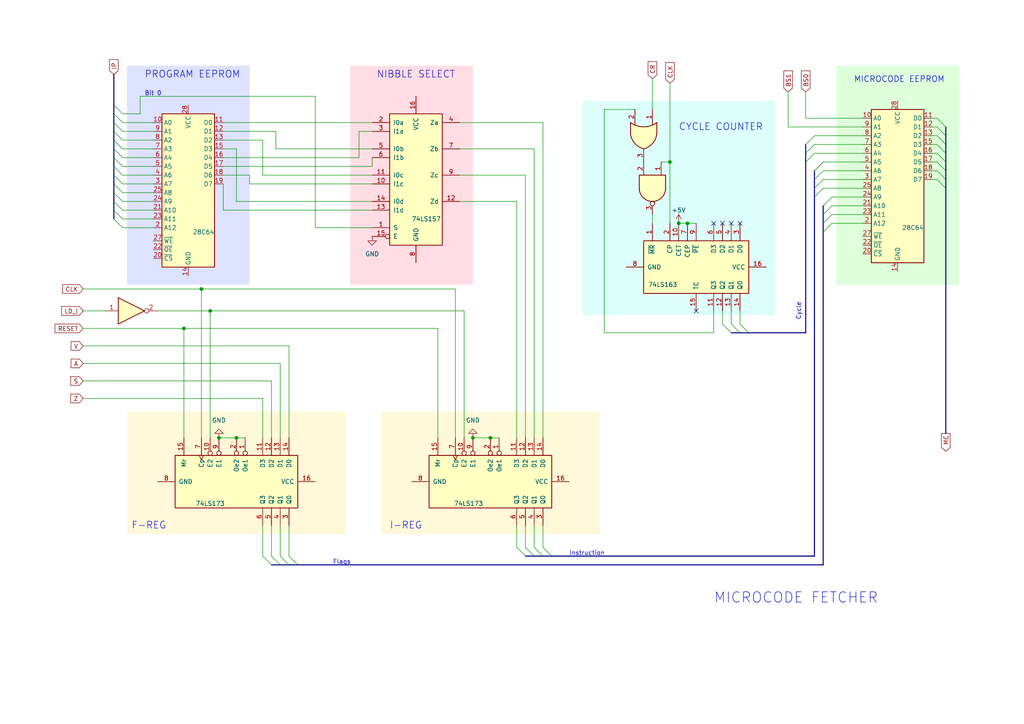
<source format=kicad_sch>
(kicad_sch (version 20230121) (generator eeschema)
  (paper "A4")
  (lib_symbols
    (symbol "74xx:74LS00" (pin_names (offset 1.016))
      (property "Reference" "U" (at 0 1.27 0))
      (property "Value" "74LS00" (at 0 -1.27 0))
      (symbol "74LS00_1_1"
        (arc (start 0 -3.81) (mid 3.7934 0) (end 0 3.81) (stroke (width 0.254)) (fill (type background)))
        (polyline (pts (xy 0 3.81) (xy -3.81 3.81) (xy -3.81 -3.81) (xy 0 -3.81)) (stroke (width 0.254)) (fill (type background)))
        (pin input line (at -7.62 2.54 0) (length 3.81) (name "~") (number "1"))
        (pin input line (at -7.62 -2.54 0) (length 3.81) (name "~") (number "2"))
        (pin output inverted (at 7.62 0 180) (length 3.81) (name "~") (number "3"))
      )
      (symbol "74LS00_1_2"
        (arc (start -3.81 -3.81) (mid -2.589 0) (end -3.81 3.81) (stroke (width 0.254)))
        (arc (start -0.6096 -3.81) (mid 2.1842 -2.5851) (end 3.81 0) (stroke (width 0.254)) (fill (type background)))
        (polyline (pts (xy -3.81 -3.81) (xy -0.635 -3.81)) (stroke (width 0.254)) (fill (type background)))
        (polyline (pts (xy -3.81 3.81) (xy -0.635 3.81)) (stroke (width 0.254)) (fill (type background)))
        (polyline (pts (xy -0.635 3.81) (xy -3.81 3.81) (xy -3.81 3.81) (xy -3.556 3.4036) (xy -3.0226 2.2606) (xy -2.6924 1.0414) (xy -2.6162 -0.254) (xy -2.7686 -1.4986) (xy -3.175 -2.7178) (xy -3.81 -3.81) (xy -3.81 -3.81) (xy -0.635 -3.81)) (stroke (width -25.4)) (fill (type background)))
        (arc (start 3.81 0) (mid 2.1915 2.5936) (end -0.6096 3.81) (stroke (width 0.254)) (fill (type background)))
        (pin input inverted (at -7.62 2.54 0) (length 4.318) (name "~") (number "1"))
        (pin input inverted (at -7.62 -2.54 0) (length 4.318) (name "~") (number "2"))
        (pin output line (at 7.62 0 180) (length 3.81) (name "~") (number "3"))
      )
      (symbol "74LS00_2_1"
        (arc (start 0 -3.81) (mid 3.7934 0) (end 0 3.81) (stroke (width 0.254)) (fill (type background)))
        (polyline (pts (xy 0 3.81) (xy -3.81 3.81) (xy -3.81 -3.81) (xy 0 -3.81)) (stroke (width 0.254)) (fill (type background)))
        (pin input line (at -7.62 2.54 0) (length 3.81) (name "~") (number "4"))
        (pin input line (at -7.62 -2.54 0) (length 3.81) (name "~") (number "5"))
        (pin output inverted (at 7.62 0 180) (length 3.81) (name "~") (number "6"))
      )
      (symbol "74LS00_2_2"
        (arc (start -3.81 -3.81) (mid -2.589 0) (end -3.81 3.81) (stroke (width 0.254)))
        (arc (start -0.6096 -3.81) (mid 2.1842 -2.5851) (end 3.81 0) (stroke (width 0.254)) (fill (type background)))
        (polyline (pts (xy -3.81 -3.81) (xy -0.635 -3.81)) (stroke (width 0.254)) (fill (type background)))
        (polyline (pts (xy -3.81 3.81) (xy -0.635 3.81)) (stroke (width 0.254)) (fill (type background)))
        (polyline (pts (xy -0.635 3.81) (xy -3.81 3.81) (xy -3.81 3.81) (xy -3.556 3.4036) (xy -3.0226 2.2606) (xy -2.6924 1.0414) (xy -2.6162 -0.254) (xy -2.7686 -1.4986) (xy -3.175 -2.7178) (xy -3.81 -3.81) (xy -3.81 -3.81) (xy -0.635 -3.81)) (stroke (width -25.4)) (fill (type background)))
        (arc (start 3.81 0) (mid 2.1915 2.5936) (end -0.6096 3.81) (stroke (width 0.254)) (fill (type background)))
        (pin input inverted (at -7.62 2.54 0) (length 4.318) (name "~") (number "4"))
        (pin input inverted (at -7.62 -2.54 0) (length 4.318) (name "~") (number "5"))
        (pin output line (at 7.62 0 180) (length 3.81) (name "~") (number "6"))
      )
      (symbol "74LS00_3_1"
        (arc (start 0 -3.81) (mid 3.7934 0) (end 0 3.81) (stroke (width 0.254)) (fill (type background)))
        (polyline (pts (xy 0 3.81) (xy -3.81 3.81) (xy -3.81 -3.81) (xy 0 -3.81)) (stroke (width 0.254)) (fill (type background)))
        (pin input line (at -7.62 -2.54 0) (length 3.81) (name "~") (number "10"))
        (pin output inverted (at 7.62 0 180) (length 3.81) (name "~") (number "8"))
        (pin input line (at -7.62 2.54 0) (length 3.81) (name "~") (number "9"))
      )
      (symbol "74LS00_3_2"
        (arc (start -3.81 -3.81) (mid -2.589 0) (end -3.81 3.81) (stroke (width 0.254)))
        (arc (start -0.6096 -3.81) (mid 2.1842 -2.5851) (end 3.81 0) (stroke (width 0.254)) (fill (type background)))
        (polyline (pts (xy -3.81 -3.81) (xy -0.635 -3.81)) (stroke (width 0.254)) (fill (type background)))
        (polyline (pts (xy -3.81 3.81) (xy -0.635 3.81)) (stroke (width 0.254)) (fill (type background)))
        (polyline (pts (xy -0.635 3.81) (xy -3.81 3.81) (xy -3.81 3.81) (xy -3.556 3.4036) (xy -3.0226 2.2606) (xy -2.6924 1.0414) (xy -2.6162 -0.254) (xy -2.7686 -1.4986) (xy -3.175 -2.7178) (xy -3.81 -3.81) (xy -3.81 -3.81) (xy -0.635 -3.81)) (stroke (width -25.4)) (fill (type background)))
        (arc (start 3.81 0) (mid 2.1915 2.5936) (end -0.6096 3.81) (stroke (width 0.254)) (fill (type background)))
        (pin input inverted (at -7.62 -2.54 0) (length 4.318) (name "~") (number "10"))
        (pin output line (at 7.62 0 180) (length 3.81) (name "~") (number "8"))
        (pin input inverted (at -7.62 2.54 0) (length 4.318) (name "~") (number "9"))
      )
      (symbol "74LS00_4_1"
        (arc (start 0 -3.81) (mid 3.7934 0) (end 0 3.81) (stroke (width 0.254)) (fill (type background)))
        (polyline (pts (xy 0 3.81) (xy -3.81 3.81) (xy -3.81 -3.81) (xy 0 -3.81)) (stroke (width 0.254)) (fill (type background)))
        (pin output inverted (at 7.62 0 180) (length 3.81) (name "~") (number "11"))
        (pin input line (at -7.62 2.54 0) (length 3.81) (name "~") (number "12"))
        (pin input line (at -7.62 -2.54 0) (length 3.81) (name "~") (number "13"))
      )
      (symbol "74LS00_4_2"
        (arc (start -3.81 -3.81) (mid -2.589 0) (end -3.81 3.81) (stroke (width 0.254)))
        (arc (start -0.6096 -3.81) (mid 2.1842 -2.5851) (end 3.81 0) (stroke (width 0.254)) (fill (type background)))
        (polyline (pts (xy -3.81 -3.81) (xy -0.635 -3.81)) (stroke (width 0.254)) (fill (type background)))
        (polyline (pts (xy -3.81 3.81) (xy -0.635 3.81)) (stroke (width 0.254)) (fill (type background)))
        (polyline (pts (xy -0.635 3.81) (xy -3.81 3.81) (xy -3.81 3.81) (xy -3.556 3.4036) (xy -3.0226 2.2606) (xy -2.6924 1.0414) (xy -2.6162 -0.254) (xy -2.7686 -1.4986) (xy -3.175 -2.7178) (xy -3.81 -3.81) (xy -3.81 -3.81) (xy -0.635 -3.81)) (stroke (width -25.4)) (fill (type background)))
        (arc (start 3.81 0) (mid 2.1915 2.5936) (end -0.6096 3.81) (stroke (width 0.254)) (fill (type background)))
        (pin output line (at 7.62 0 180) (length 3.81) (name "~") (number "11"))
        (pin input inverted (at -7.62 2.54 0) (length 4.318) (name "~") (number "12"))
        (pin input inverted (at -7.62 -2.54 0) (length 4.318) (name "~") (number "13"))
      )
      (symbol "74LS00_5_0"
        (pin power_in line (at 0 12.7 270) (length 5.08) (name "VCC") (number "14"))
        (pin power_in line (at 0 -12.7 90) (length 5.08) (name "GND") (number "7"))
      )
      (symbol "74LS00_5_1"
        (rectangle (start -5.08 7.62) (end 5.08 -7.62) (stroke (width 0.254)) (fill (type background)))
      )
    )
    (symbol "74xx:74LS04"
      (property "Reference" "U" (at 0 1.27 0))
      (property "Value" "74LS04" (at 0 -1.27 0))
      (symbol "74LS04_1_0"
        (polyline (pts (xy -3.81 3.81) (xy -3.81 -3.81) (xy 3.81 0) (xy -3.81 3.81)) (stroke (width 0.254)) (fill (type background)))
        (pin input line (at -7.62 0 0) (length 3.81) (name "~") (number "1"))
        (pin output inverted (at 7.62 0 180) (length 3.81) (name "~") (number "2"))
      )
      (symbol "74LS04_2_0"
        (polyline (pts (xy -3.81 3.81) (xy -3.81 -3.81) (xy 3.81 0) (xy -3.81 3.81)) (stroke (width 0.254)) (fill (type background)))
        (pin input line (at -7.62 0 0) (length 3.81) (name "~") (number "3"))
        (pin output inverted (at 7.62 0 180) (length 3.81) (name "~") (number "4"))
      )
      (symbol "74LS04_3_0"
        (polyline (pts (xy -3.81 3.81) (xy -3.81 -3.81) (xy 3.81 0) (xy -3.81 3.81)) (stroke (width 0.254)) (fill (type background)))
        (pin input line (at -7.62 0 0) (length 3.81) (name "~") (number "5"))
        (pin output inverted (at 7.62 0 180) (length 3.81) (name "~") (number "6"))
      )
      (symbol "74LS04_4_0"
        (polyline (pts (xy -3.81 3.81) (xy -3.81 -3.81) (xy 3.81 0) (xy -3.81 3.81)) (stroke (width 0.254)) (fill (type background)))
        (pin output inverted (at 7.62 0 180) (length 3.81) (name "~") (number "8"))
        (pin input line (at -7.62 0 0) (length 3.81) (name "~") (number "9"))
      )
      (symbol "74LS04_5_0"
        (polyline (pts (xy -3.81 3.81) (xy -3.81 -3.81) (xy 3.81 0) (xy -3.81 3.81)) (stroke (width 0.254)) (fill (type background)))
        (pin output inverted (at 7.62 0 180) (length 3.81) (name "~") (number "10"))
        (pin input line (at -7.62 0 0) (length 3.81) (name "~") (number "11"))
      )
      (symbol "74LS04_6_0"
        (polyline (pts (xy -3.81 3.81) (xy -3.81 -3.81) (xy 3.81 0) (xy -3.81 3.81)) (stroke (width 0.254)) (fill (type background)))
        (pin output inverted (at 7.62 0 180) (length 3.81) (name "~") (number "12"))
        (pin input line (at -7.62 0 0) (length 3.81) (name "~") (number "13"))
      )
      (symbol "74LS04_7_0"
        (pin power_in line (at 0 12.7 270) (length 5.08) (name "VCC") (number "14"))
        (pin power_in line (at 0 -12.7 90) (length 5.08) (name "GND") (number "7"))
      )
      (symbol "74LS04_7_1"
        (rectangle (start -5.08 7.62) (end 5.08 -7.62) (stroke (width 0.254)) (fill (type background)))
      )
    )
    (symbol "74xx:74LS157" (pin_names (offset 1.016))
      (property "Reference" "U" (at -7.62 19.05 0))
      (property "Value" "74LS157" (at -7.62 -21.59 0))
      (symbol "74LS157_1_0"
        (pin input line (at -12.7 -15.24 0) (length 5.08) (name "S") (number "1"))
        (pin input line (at -12.7 -2.54 0) (length 5.08) (name "I1c") (number "10"))
        (pin input line (at -12.7 0 0) (length 5.08) (name "I0c") (number "11"))
        (pin output line (at 12.7 -7.62 180) (length 5.08) (name "Zd") (number "12"))
        (pin input line (at -12.7 -10.16 0) (length 5.08) (name "I1d") (number "13"))
        (pin input line (at -12.7 -7.62 0) (length 5.08) (name "I0d") (number "14"))
        (pin input inverted (at -12.7 -17.78 0) (length 5.08) (name "E") (number "15"))
        (pin power_in line (at 0 22.86 270) (length 5.08) (name "VCC") (number "16"))
        (pin input line (at -12.7 15.24 0) (length 5.08) (name "I0a") (number "2"))
        (pin input line (at -12.7 12.7 0) (length 5.08) (name "I1a") (number "3"))
        (pin output line (at 12.7 15.24 180) (length 5.08) (name "Za") (number "4"))
        (pin input line (at -12.7 7.62 0) (length 5.08) (name "I0b") (number "5"))
        (pin input line (at -12.7 5.08 0) (length 5.08) (name "I1b") (number "6"))
        (pin output line (at 12.7 7.62 180) (length 5.08) (name "Zb") (number "7"))
        (pin power_in line (at 0 -25.4 90) (length 5.08) (name "GND") (number "8"))
        (pin output line (at 12.7 0 180) (length 5.08) (name "Zc") (number "9"))
      )
      (symbol "74LS157_1_1"
        (rectangle (start -7.62 17.78) (end 7.62 -20.32) (stroke (width 0.254)) (fill (type background)))
      )
    )
    (symbol "74xx:74LS163" (pin_names (offset 1.016))
      (property "Reference" "U" (at -7.62 16.51 0))
      (property "Value" "74LS163" (at -7.62 -16.51 0))
      (symbol "74LS163_1_0"
        (pin input line (at -12.7 -12.7 0) (length 5.08) (name "~{MR}") (number "1"))
        (pin input line (at -12.7 -5.08 0) (length 5.08) (name "CET") (number "10"))
        (pin output line (at 12.7 5.08 180) (length 5.08) (name "Q3") (number "11"))
        (pin output line (at 12.7 7.62 180) (length 5.08) (name "Q2") (number "12"))
        (pin output line (at 12.7 10.16 180) (length 5.08) (name "Q1") (number "13"))
        (pin output line (at 12.7 12.7 180) (length 5.08) (name "Q0") (number "14"))
        (pin output line (at 12.7 0 180) (length 5.08) (name "TC") (number "15"))
        (pin power_in line (at 0 20.32 270) (length 5.08) (name "VCC") (number "16"))
        (pin input line (at -12.7 -7.62 0) (length 5.08) (name "CP") (number "2"))
        (pin input line (at -12.7 12.7 0) (length 5.08) (name "D0") (number "3"))
        (pin input line (at -12.7 10.16 0) (length 5.08) (name "D1") (number "4"))
        (pin input line (at -12.7 7.62 0) (length 5.08) (name "D2") (number "5"))
        (pin input line (at -12.7 5.08 0) (length 5.08) (name "D3") (number "6"))
        (pin input line (at -12.7 -2.54 0) (length 5.08) (name "CEP") (number "7"))
        (pin power_in line (at 0 -20.32 90) (length 5.08) (name "GND") (number "8"))
        (pin input line (at -12.7 0 0) (length 5.08) (name "~{PE}") (number "9"))
      )
      (symbol "74LS163_1_1"
        (rectangle (start -7.62 15.24) (end 7.62 -15.24) (stroke (width 0.254)) (fill (type background)))
      )
    )
    (symbol "74xx:74LS173" (pin_names (offset 1.016))
      (property "Reference" "U" (at -7.62 19.05 0))
      (property "Value" "74LS173" (at -7.62 -19.05 0))
      (symbol "74LS173_1_0"
        (pin input inverted (at -12.7 2.54 0) (length 5.08) (name "Oe1") (number "1"))
        (pin input inverted (at -12.7 -7.62 0) (length 5.08) (name "E2") (number "10"))
        (pin input line (at -12.7 7.62 0) (length 5.08) (name "D3") (number "11"))
        (pin input line (at -12.7 10.16 0) (length 5.08) (name "D2") (number "12"))
        (pin input line (at -12.7 12.7 0) (length 5.08) (name "D1") (number "13"))
        (pin input line (at -12.7 15.24 0) (length 5.08) (name "D0") (number "14"))
        (pin input line (at -12.7 -15.24 0) (length 5.08) (name "Mr") (number "15"))
        (pin power_in line (at 0 22.86 270) (length 5.08) (name "VCC") (number "16"))
        (pin input inverted (at -12.7 0 0) (length 5.08) (name "Oe2") (number "2"))
        (pin tri_state line (at 12.7 15.24 180) (length 5.08) (name "Q0") (number "3"))
        (pin tri_state line (at 12.7 12.7 180) (length 5.08) (name "Q1") (number "4"))
        (pin tri_state line (at 12.7 10.16 180) (length 5.08) (name "Q2") (number "5"))
        (pin tri_state line (at 12.7 7.62 180) (length 5.08) (name "Q3") (number "6"))
        (pin input clock (at -12.7 -10.16 0) (length 5.08) (name "Cp") (number "7"))
        (pin power_in line (at 0 -22.86 90) (length 5.08) (name "GND") (number "8"))
        (pin input inverted (at -12.7 -5.08 0) (length 5.08) (name "E1") (number "9"))
      )
      (symbol "74LS173_1_1"
        (rectangle (start -7.62 17.78) (end 7.62 -17.78) (stroke (width 0.254)) (fill (type background)))
      )
    )
    (symbol "74xx:74LS32" (pin_names (offset 1.016))
      (property "Reference" "U" (at 0 1.27 0))
      (property "Value" "74LS32" (at 0 -1.27 0))
      (symbol "74LS32_1_1"
        (arc (start -3.81 -3.81) (mid -2.589 0) (end -3.81 3.81) (stroke (width 0.254)))
        (arc (start -0.6096 -3.81) (mid 2.1842 -2.5851) (end 3.81 0) (stroke (width 0.254)) (fill (type background)))
        (polyline (pts (xy -3.81 -3.81) (xy -0.635 -3.81)) (stroke (width 0.254)) (fill (type background)))
        (polyline (pts (xy -3.81 3.81) (xy -0.635 3.81)) (stroke (width 0.254)) (fill (type background)))
        (polyline (pts (xy -0.635 3.81) (xy -3.81 3.81) (xy -3.81 3.81) (xy -3.556 3.4036) (xy -3.0226 2.2606) (xy -2.6924 1.0414) (xy -2.6162 -0.254) (xy -2.7686 -1.4986) (xy -3.175 -2.7178) (xy -3.81 -3.81) (xy -3.81 -3.81) (xy -0.635 -3.81)) (stroke (width -25.4)) (fill (type background)))
        (arc (start 3.81 0) (mid 2.1915 2.5936) (end -0.6096 3.81) (stroke (width 0.254)) (fill (type background)))
        (pin input line (at -7.62 2.54 0) (length 4.318) (name "~") (number "1"))
        (pin input line (at -7.62 -2.54 0) (length 4.318) (name "~") (number "2"))
        (pin output line (at 7.62 0 180) (length 3.81) (name "~") (number "3"))
      )
      (symbol "74LS32_1_2"
        (arc (start 0 -3.81) (mid 3.7934 0) (end 0 3.81) (stroke (width 0.254)) (fill (type background)))
        (polyline (pts (xy 0 3.81) (xy -3.81 3.81) (xy -3.81 -3.81) (xy 0 -3.81)) (stroke (width 0.254)) (fill (type background)))
        (pin input inverted (at -7.62 2.54 0) (length 3.81) (name "~") (number "1"))
        (pin input inverted (at -7.62 -2.54 0) (length 3.81) (name "~") (number "2"))
        (pin output inverted (at 7.62 0 180) (length 3.81) (name "~") (number "3"))
      )
      (symbol "74LS32_2_1"
        (arc (start -3.81 -3.81) (mid -2.589 0) (end -3.81 3.81) (stroke (width 0.254)))
        (arc (start -0.6096 -3.81) (mid 2.1842 -2.5851) (end 3.81 0) (stroke (width 0.254)) (fill (type background)))
        (polyline (pts (xy -3.81 -3.81) (xy -0.635 -3.81)) (stroke (width 0.254)) (fill (type background)))
        (polyline (pts (xy -3.81 3.81) (xy -0.635 3.81)) (stroke (width 0.254)) (fill (type background)))
        (polyline (pts (xy -0.635 3.81) (xy -3.81 3.81) (xy -3.81 3.81) (xy -3.556 3.4036) (xy -3.0226 2.2606) (xy -2.6924 1.0414) (xy -2.6162 -0.254) (xy -2.7686 -1.4986) (xy -3.175 -2.7178) (xy -3.81 -3.81) (xy -3.81 -3.81) (xy -0.635 -3.81)) (stroke (width -25.4)) (fill (type background)))
        (arc (start 3.81 0) (mid 2.1915 2.5936) (end -0.6096 3.81) (stroke (width 0.254)) (fill (type background)))
        (pin input line (at -7.62 2.54 0) (length 4.318) (name "~") (number "4"))
        (pin input line (at -7.62 -2.54 0) (length 4.318) (name "~") (number "5"))
        (pin output line (at 7.62 0 180) (length 3.81) (name "~") (number "6"))
      )
      (symbol "74LS32_2_2"
        (arc (start 0 -3.81) (mid 3.7934 0) (end 0 3.81) (stroke (width 0.254)) (fill (type background)))
        (polyline (pts (xy 0 3.81) (xy -3.81 3.81) (xy -3.81 -3.81) (xy 0 -3.81)) (stroke (width 0.254)) (fill (type background)))
        (pin input inverted (at -7.62 2.54 0) (length 3.81) (name "~") (number "4"))
        (pin input inverted (at -7.62 -2.54 0) (length 3.81) (name "~") (number "5"))
        (pin output inverted (at 7.62 0 180) (length 3.81) (name "~") (number "6"))
      )
      (symbol "74LS32_3_1"
        (arc (start -3.81 -3.81) (mid -2.589 0) (end -3.81 3.81) (stroke (width 0.254)))
        (arc (start -0.6096 -3.81) (mid 2.1842 -2.5851) (end 3.81 0) (stroke (width 0.254)) (fill (type background)))
        (polyline (pts (xy -3.81 -3.81) (xy -0.635 -3.81)) (stroke (width 0.254)) (fill (type background)))
        (polyline (pts (xy -3.81 3.81) (xy -0.635 3.81)) (stroke (width 0.254)) (fill (type background)))
        (polyline (pts (xy -0.635 3.81) (xy -3.81 3.81) (xy -3.81 3.81) (xy -3.556 3.4036) (xy -3.0226 2.2606) (xy -2.6924 1.0414) (xy -2.6162 -0.254) (xy -2.7686 -1.4986) (xy -3.175 -2.7178) (xy -3.81 -3.81) (xy -3.81 -3.81) (xy -0.635 -3.81)) (stroke (width -25.4)) (fill (type background)))
        (arc (start 3.81 0) (mid 2.1915 2.5936) (end -0.6096 3.81) (stroke (width 0.254)) (fill (type background)))
        (pin input line (at -7.62 -2.54 0) (length 4.318) (name "~") (number "10"))
        (pin output line (at 7.62 0 180) (length 3.81) (name "~") (number "8"))
        (pin input line (at -7.62 2.54 0) (length 4.318) (name "~") (number "9"))
      )
      (symbol "74LS32_3_2"
        (arc (start 0 -3.81) (mid 3.7934 0) (end 0 3.81) (stroke (width 0.254)) (fill (type background)))
        (polyline (pts (xy 0 3.81) (xy -3.81 3.81) (xy -3.81 -3.81) (xy 0 -3.81)) (stroke (width 0.254)) (fill (type background)))
        (pin input inverted (at -7.62 -2.54 0) (length 3.81) (name "~") (number "10"))
        (pin output inverted (at 7.62 0 180) (length 3.81) (name "~") (number "8"))
        (pin input inverted (at -7.62 2.54 0) (length 3.81) (name "~") (number "9"))
      )
      (symbol "74LS32_4_1"
        (arc (start -3.81 -3.81) (mid -2.589 0) (end -3.81 3.81) (stroke (width 0.254)))
        (arc (start -0.6096 -3.81) (mid 2.1842 -2.5851) (end 3.81 0) (stroke (width 0.254)) (fill (type background)))
        (polyline (pts (xy -3.81 -3.81) (xy -0.635 -3.81)) (stroke (width 0.254)) (fill (type background)))
        (polyline (pts (xy -3.81 3.81) (xy -0.635 3.81)) (stroke (width 0.254)) (fill (type background)))
        (polyline (pts (xy -0.635 3.81) (xy -3.81 3.81) (xy -3.81 3.81) (xy -3.556 3.4036) (xy -3.0226 2.2606) (xy -2.6924 1.0414) (xy -2.6162 -0.254) (xy -2.7686 -1.4986) (xy -3.175 -2.7178) (xy -3.81 -3.81) (xy -3.81 -3.81) (xy -0.635 -3.81)) (stroke (width -25.4)) (fill (type background)))
        (arc (start 3.81 0) (mid 2.1915 2.5936) (end -0.6096 3.81) (stroke (width 0.254)) (fill (type background)))
        (pin output line (at 7.62 0 180) (length 3.81) (name "~") (number "11"))
        (pin input line (at -7.62 2.54 0) (length 4.318) (name "~") (number "12"))
        (pin input line (at -7.62 -2.54 0) (length 4.318) (name "~") (number "13"))
      )
      (symbol "74LS32_4_2"
        (arc (start 0 -3.81) (mid 3.7934 0) (end 0 3.81) (stroke (width 0.254)) (fill (type background)))
        (polyline (pts (xy 0 3.81) (xy -3.81 3.81) (xy -3.81 -3.81) (xy 0 -3.81)) (stroke (width 0.254)) (fill (type background)))
        (pin output inverted (at 7.62 0 180) (length 3.81) (name "~") (number "11"))
        (pin input inverted (at -7.62 2.54 0) (length 3.81) (name "~") (number "12"))
        (pin input inverted (at -7.62 -2.54 0) (length 3.81) (name "~") (number "13"))
      )
      (symbol "74LS32_5_0"
        (pin power_in line (at 0 12.7 270) (length 5.08) (name "VCC") (number "14"))
        (pin power_in line (at 0 -12.7 90) (length 5.08) (name "GND") (number "7"))
      )
      (symbol "74LS32_5_1"
        (rectangle (start -5.08 7.62) (end 5.08 -7.62) (stroke (width 0.254)) (fill (type background)))
      )
    )
    (symbol "Memory_EEPROM:28C256"
      (property "Value" "28C64" (at 1.27 -17.78 0))
      (symbol "28C256_1_1"
        (rectangle (start -7.62 25.4) (end 7.62 -19.05) (stroke (width 0.254)) (fill (type background)))
        (pin input line (at -10.16 22.86 0) (length 2.54) (name "A0") (number "10"))
        (pin tri_state line (at 10.16 22.86 180) (length 2.54) (name "D0") (number "11"))
        (pin tri_state line (at 10.16 20.32 180) (length 2.54) (name "D1") (number "12"))
        (pin tri_state line (at 10.16 17.78 180) (length 2.54) (name "D2") (number "13"))
        (pin power_in line (at 0 -21.59 90) (length 2.54) (name "GND") (number "14"))
        (pin tri_state line (at 10.16 15.24 180) (length 2.54) (name "D3") (number "15"))
        (pin tri_state line (at 10.16 12.7 180) (length 2.54) (name "D4") (number "16"))
        (pin tri_state line (at 10.16 10.16 180) (length 2.54) (name "D5") (number "17"))
        (pin tri_state line (at 10.16 7.62 180) (length 2.54) (name "D6") (number "18"))
        (pin tri_state line (at 10.16 5.08 180) (length 2.54) (name "D7") (number "19"))
        (pin input line (at -10.16 -7.62 0) (length 2.54) (name "A12") (number "2"))
        (pin input line (at -10.16 -16.51 0) (length 2.54) (name "~{CS}") (number "20"))
        (pin input line (at -10.16 -2.54 0) (length 2.54) (name "A10") (number "21"))
        (pin input line (at -10.16 -13.97 0) (length 2.54) (name "~{OE}") (number "22"))
        (pin input line (at -10.16 -5.08 0) (length 2.54) (name "A11") (number "23"))
        (pin input line (at -10.16 0 0) (length 2.54) (name "A9") (number "24"))
        (pin input line (at -10.16 2.54 0) (length 2.54) (name "A8") (number "25"))
        (pin input line (at -10.16 -11.43 0) (length 2.54) (name "~{WE}") (number "27"))
        (pin power_in line (at 0 27.94 270) (length 2.54) (name "VCC") (number "28"))
        (pin input line (at -10.16 5.08 0) (length 2.54) (name "A7") (number "3"))
        (pin input line (at -10.16 7.62 0) (length 2.54) (name "A6") (number "4"))
        (pin input line (at -10.16 10.16 0) (length 2.54) (name "A5") (number "5"))
        (pin input line (at -10.16 12.7 0) (length 2.54) (name "A4") (number "6"))
        (pin input line (at -10.16 15.24 0) (length 2.54) (name "A3") (number "7"))
        (pin input line (at -10.16 17.78 0) (length 2.54) (name "A2") (number "8"))
        (pin input line (at -10.16 20.32 0) (length 2.54) (name "A1") (number "9"))
      )
    )
    (symbol "power:+5V" (power) (pin_names (offset 0))
      (property "Value" "+5V" (at 0 3.556 0))
      (symbol "+5V_0_1"
        (polyline (pts (xy -0.762 1.27) (xy 0 2.54)))
        (polyline (pts (xy 0 0) (xy 0 2.54)))
        (polyline (pts (xy 0 2.54) (xy 0.762 1.27)))
      )
      (symbol "+5V_1_1"
        (pin power_in line (at 0 0 90) (length 0) hide (name "+5V") (number "1"))
      )
    )
    (symbol "power:GND" (power) (pin_names (offset 0))
      (property "Value" "GND" (at 0 -3.81 0))
      (symbol "GND_0_1"
        (polyline (pts (xy 0 0) (xy 0 -1.27) (xy 1.27 -1.27) (xy 0 -2.54) (xy -1.27 -1.27) (xy 0 -1.27)))
      )
      (symbol "GND_1_1"
        (pin power_in line (at 0 0 270) (length 0) hide (name "GND") (number "1"))
      )
    )
  )
  (junction (at 194.31 46.99))
  (junction (at 60.96 90.17))
  (junction (at 196.85 64.77))
  (junction (at 68.58 127))
  (junction (at 53.34 95.25))
  (junction (at 63.5 127))
  (junction (at 137.16 127))
  (junction (at 199.39 64.77))
  (junction (at 58.42 83.82))
  (junction (at 142.24 127))
  (no_connect (at 207.01 64.77))
  (no_connect (at 209.55 64.77))
  (no_connect (at 201.93 90.17))
  (no_connect (at 212.09 64.77))
  (no_connect (at 214.63 64.77))
  (bus_entry (at 271.78 39.37) (size 2.54 2.54))
  (bus_entry (at 33.02 38.1) (size 2.54 2.54))
  (bus_entry (at 33.02 30.48) (size 2.54 2.54))
  (bus_entry (at 209.55 93.98) (size 2.54 2.54))
  (bus_entry (at 157.48 158.75) (size 2.54 2.54))
  (bus_entry (at 238.76 64.77) (size 2.54 -2.54))
  (bus_entry (at 212.09 93.98) (size 2.54 2.54))
  (bus_entry (at 236.22 49.53) (size 2.54 -2.54))
  (bus_entry (at 33.02 33.02) (size 2.54 2.54))
  (bus_entry (at 149.86 158.75) (size 2.54 2.54))
  (bus_entry (at 76.2 161.29) (size 2.54 2.54))
  (bus_entry (at 238.76 59.69) (size 2.54 -2.54))
  (bus_entry (at 238.76 62.23) (size 2.54 -2.54))
  (bus_entry (at 33.02 53.34) (size 2.54 2.54))
  (bus_entry (at 236.22 54.61) (size 2.54 -2.54))
  (bus_entry (at 271.78 49.53) (size 2.54 2.54))
  (bus_entry (at 33.02 63.5) (size 2.54 2.54))
  (bus_entry (at 33.02 48.26) (size 2.54 2.54))
  (bus_entry (at 271.78 44.45) (size 2.54 2.54))
  (bus_entry (at 152.4 158.75) (size 2.54 2.54))
  (bus_entry (at 271.78 36.83) (size 2.54 2.54))
  (bus_entry (at 236.22 57.15) (size 2.54 -2.54))
  (bus_entry (at 78.74 161.29) (size 2.54 2.54))
  (bus_entry (at 271.78 52.07) (size 2.54 2.54))
  (bus_entry (at 238.76 67.31) (size 2.54 -2.54))
  (bus_entry (at 271.78 34.29) (size 2.54 2.54))
  (bus_entry (at 33.02 43.18) (size 2.54 2.54))
  (bus_entry (at 214.63 93.98) (size 2.54 2.54))
  (bus_entry (at 271.78 46.99) (size 2.54 2.54))
  (bus_entry (at 33.02 45.72) (size 2.54 2.54))
  (bus_entry (at 33.02 35.56) (size 2.54 2.54))
  (bus_entry (at 33.02 50.8) (size 2.54 2.54))
  (bus_entry (at 33.02 40.64) (size 2.54 2.54))
  (bus_entry (at 81.28 161.29) (size 2.54 2.54))
  (bus_entry (at 233.68 46.99) (size 2.54 -2.54))
  (bus_entry (at 271.78 41.91) (size 2.54 2.54))
  (bus_entry (at 33.02 58.42) (size 2.54 2.54))
  (bus_entry (at 154.94 158.75) (size 2.54 2.54))
  (bus_entry (at 236.22 52.07) (size 2.54 -2.54))
  (bus_entry (at 233.68 41.91) (size 2.54 -2.54))
  (bus_entry (at 33.02 55.88) (size 2.54 2.54))
  (bus_entry (at 233.68 44.45) (size 2.54 -2.54))
  (bus_entry (at 33.02 60.96) (size 2.54 2.54))
  (bus_entry (at 83.82 161.29) (size 2.54 2.54))
  (bus (pts (xy 274.32 46.99) (xy 274.32 49.53)))
  (wire (pts (xy 24.13 90.17) (xy 30.48 90.17)))
  (wire (pts (xy 60.96 90.17) (xy 60.96 127)))
  (bus (pts (xy 78.74 163.83) (xy 81.28 163.83)))
  (bus (pts (xy 238.76 67.31) (xy 238.76 163.83)))
  (wire (pts (xy 194.31 46.99) (xy 194.31 64.77)))
  (wire (pts (xy 241.3 62.23) (xy 250.19 62.23)))
  (bus (pts (xy 83.82 163.83) (xy 86.36 163.83)))
  (wire (pts (xy 127 95.25) (xy 127 127)))
  (wire (pts (xy 133.35 35.56) (xy 157.48 35.56)))
  (wire (pts (xy 64.77 43.18) (xy 68.58 43.18)))
  (wire (pts (xy 35.56 38.1) (xy 44.45 38.1)))
  (bus (pts (xy 33.02 35.56) (xy 33.02 38.1)))
  (wire (pts (xy 24.13 115.57) (xy 76.2 115.57)))
  (wire (pts (xy 35.56 45.72) (xy 44.45 45.72)))
  (wire (pts (xy 270.51 44.45) (xy 271.78 44.45)))
  (wire (pts (xy 72.39 50.8) (xy 72.39 53.34)))
  (wire (pts (xy 68.58 58.42) (xy 107.95 58.42)))
  (wire (pts (xy 24.13 105.41) (xy 81.28 105.41)))
  (wire (pts (xy 133.35 58.42) (xy 149.86 58.42)))
  (wire (pts (xy 152.4 50.8) (xy 152.4 127)))
  (bus (pts (xy 33.02 43.18) (xy 33.02 45.72)))
  (wire (pts (xy 175.26 96.52) (xy 175.26 31.75)))
  (wire (pts (xy 64.77 45.72) (xy 104.14 45.72)))
  (wire (pts (xy 24.13 95.25) (xy 53.34 95.25)))
  (bus (pts (xy 33.02 60.96) (xy 33.02 63.5)))
  (wire (pts (xy 189.23 22.86) (xy 189.23 31.75)))
  (wire (pts (xy 78.74 110.49) (xy 78.74 127)))
  (wire (pts (xy 80.01 43.18) (xy 107.95 43.18)))
  (wire (pts (xy 209.55 90.17) (xy 209.55 93.98)))
  (wire (pts (xy 238.76 49.53) (xy 250.19 49.53)))
  (bus (pts (xy 217.17 96.52) (xy 233.68 96.52)))
  (wire (pts (xy 64.77 38.1) (xy 80.01 38.1)))
  (wire (pts (xy 154.94 152.4) (xy 154.94 158.75)))
  (wire (pts (xy 189.23 62.23) (xy 189.23 64.77)))
  (bus (pts (xy 274.32 54.61) (xy 274.32 125.73)))
  (bus (pts (xy 238.76 59.69) (xy 238.76 62.23)))
  (wire (pts (xy 241.3 57.15) (xy 250.19 57.15)))
  (wire (pts (xy 236.22 41.91) (xy 250.19 41.91)))
  (bus (pts (xy 33.02 33.02) (xy 33.02 35.56)))
  (wire (pts (xy 214.63 90.17) (xy 214.63 93.98)))
  (bus (pts (xy 236.22 57.15) (xy 236.22 161.29)))
  (wire (pts (xy 35.56 50.8) (xy 44.45 50.8)))
  (wire (pts (xy 35.56 66.04) (xy 44.45 66.04)))
  (wire (pts (xy 270.51 52.07) (xy 271.78 52.07)))
  (bus (pts (xy 274.32 36.83) (xy 274.32 39.37)))
  (wire (pts (xy 191.77 46.99) (xy 194.31 46.99)))
  (wire (pts (xy 35.56 60.96) (xy 44.45 60.96)))
  (bus (pts (xy 33.02 21.59) (xy 33.02 30.48)))
  (bus (pts (xy 214.63 96.52) (xy 217.17 96.52)))
  (wire (pts (xy 64.77 40.64) (xy 76.2 40.64)))
  (bus (pts (xy 236.22 49.53) (xy 236.22 52.07)))
  (bus (pts (xy 236.22 52.07) (xy 236.22 54.61)))
  (wire (pts (xy 270.51 34.29) (xy 271.78 34.29)))
  (wire (pts (xy 64.77 48.26) (xy 107.95 48.26)))
  (wire (pts (xy 207.01 90.17) (xy 207.01 96.52)))
  (wire (pts (xy 133.35 50.8) (xy 152.4 50.8)))
  (wire (pts (xy 207.01 96.52) (xy 175.26 96.52)))
  (wire (pts (xy 236.22 44.45) (xy 250.19 44.45)))
  (wire (pts (xy 24.13 83.82) (xy 58.42 83.82)))
  (wire (pts (xy 40.64 27.94) (xy 91.44 27.94)))
  (wire (pts (xy 35.56 40.64) (xy 44.45 40.64)))
  (wire (pts (xy 35.56 48.26) (xy 44.45 48.26)))
  (wire (pts (xy 81.28 105.41) (xy 81.28 127)))
  (wire (pts (xy 175.26 31.75) (xy 184.15 31.75)))
  (wire (pts (xy 91.44 66.04) (xy 107.95 66.04)))
  (wire (pts (xy 64.77 35.56) (xy 107.95 35.56)))
  (wire (pts (xy 212.09 90.17) (xy 212.09 93.98)))
  (wire (pts (xy 35.56 53.34) (xy 44.45 53.34)))
  (wire (pts (xy 157.48 152.4) (xy 157.48 158.75)))
  (wire (pts (xy 142.24 127) (xy 144.78 127)))
  (wire (pts (xy 68.58 43.18) (xy 68.58 58.42)))
  (bus (pts (xy 33.02 40.64) (xy 33.02 43.18)))
  (wire (pts (xy 233.68 26.67) (xy 233.68 34.29)))
  (bus (pts (xy 274.32 41.91) (xy 274.32 44.45)))
  (bus (pts (xy 274.32 39.37) (xy 274.32 41.91)))
  (wire (pts (xy 238.76 52.07) (xy 250.19 52.07)))
  (wire (pts (xy 137.16 127) (xy 142.24 127)))
  (wire (pts (xy 238.76 46.99) (xy 250.19 46.99)))
  (bus (pts (xy 33.02 50.8) (xy 33.02 53.34)))
  (bus (pts (xy 160.02 161.29) (xy 236.22 161.29)))
  (bus (pts (xy 33.02 48.26) (xy 33.02 50.8)))
  (bus (pts (xy 233.68 41.91) (xy 233.68 44.45)))
  (bus (pts (xy 33.02 53.34) (xy 33.02 55.88)))
  (wire (pts (xy 241.3 64.77) (xy 250.19 64.77)))
  (bus (pts (xy 233.68 44.45) (xy 233.68 46.99)))
  (wire (pts (xy 40.64 33.02) (xy 40.64 27.94)))
  (bus (pts (xy 33.02 58.42) (xy 33.02 60.96)))
  (wire (pts (xy 76.2 115.57) (xy 76.2 127)))
  (wire (pts (xy 68.58 127) (xy 71.12 127)))
  (bus (pts (xy 212.09 96.52) (xy 214.63 96.52)))
  (wire (pts (xy 35.56 55.88) (xy 44.45 55.88)))
  (wire (pts (xy 152.4 152.4) (xy 152.4 158.75)))
  (wire (pts (xy 83.82 152.4) (xy 83.82 161.29)))
  (wire (pts (xy 35.56 58.42) (xy 44.45 58.42)))
  (wire (pts (xy 149.86 58.42) (xy 149.86 127)))
  (bus (pts (xy 274.32 44.45) (xy 274.32 46.99)))
  (wire (pts (xy 58.42 83.82) (xy 132.08 83.82)))
  (wire (pts (xy 53.34 95.25) (xy 127 95.25)))
  (wire (pts (xy 104.14 38.1) (xy 107.95 38.1)))
  (wire (pts (xy 76.2 40.64) (xy 76.2 50.8)))
  (wire (pts (xy 157.48 35.56) (xy 157.48 127)))
  (wire (pts (xy 241.3 59.69) (xy 250.19 59.69)))
  (wire (pts (xy 80.01 38.1) (xy 80.01 43.18)))
  (bus (pts (xy 238.76 62.23) (xy 238.76 64.77)))
  (wire (pts (xy 270.51 36.83) (xy 271.78 36.83)))
  (wire (pts (xy 35.56 63.5) (xy 44.45 63.5)))
  (bus (pts (xy 81.28 163.83) (xy 83.82 163.83)))
  (wire (pts (xy 134.62 90.17) (xy 134.62 127)))
  (bus (pts (xy 154.94 161.29) (xy 157.48 161.29)))
  (wire (pts (xy 72.39 53.34) (xy 107.95 53.34)))
  (wire (pts (xy 76.2 50.8) (xy 107.95 50.8)))
  (wire (pts (xy 270.51 49.53) (xy 271.78 49.53)))
  (wire (pts (xy 78.74 152.4) (xy 78.74 161.29)))
  (wire (pts (xy 53.34 95.25) (xy 53.34 127)))
  (wire (pts (xy 60.96 90.17) (xy 134.62 90.17)))
  (bus (pts (xy 152.4 161.29) (xy 154.94 161.29)))
  (wire (pts (xy 64.77 53.34) (xy 64.77 60.96)))
  (wire (pts (xy 199.39 64.77) (xy 201.93 64.77)))
  (wire (pts (xy 91.44 27.94) (xy 91.44 66.04)))
  (wire (pts (xy 104.14 45.72) (xy 104.14 38.1)))
  (bus (pts (xy 274.32 49.53) (xy 274.32 52.07)))
  (wire (pts (xy 228.6 26.67) (xy 228.6 36.83)))
  (wire (pts (xy 270.51 41.91) (xy 271.78 41.91)))
  (bus (pts (xy 86.36 163.83) (xy 238.76 163.83)))
  (bus (pts (xy 33.02 45.72) (xy 33.02 48.26)))
  (wire (pts (xy 64.77 50.8) (xy 72.39 50.8)))
  (wire (pts (xy 45.72 90.17) (xy 60.96 90.17)))
  (wire (pts (xy 107.95 48.26) (xy 107.95 45.72)))
  (bus (pts (xy 33.02 55.88) (xy 33.02 58.42)))
  (wire (pts (xy 24.13 110.49) (xy 78.74 110.49)))
  (wire (pts (xy 133.35 43.18) (xy 154.94 43.18)))
  (wire (pts (xy 228.6 36.83) (xy 250.19 36.83)))
  (bus (pts (xy 233.68 46.99) (xy 233.68 96.52)))
  (wire (pts (xy 194.31 24.13) (xy 194.31 46.99)))
  (bus (pts (xy 236.22 54.61) (xy 236.22 57.15)))
  (wire (pts (xy 35.56 35.56) (xy 44.45 35.56)))
  (wire (pts (xy 76.2 152.4) (xy 76.2 161.29)))
  (wire (pts (xy 270.51 39.37) (xy 271.78 39.37)))
  (wire (pts (xy 149.86 152.4) (xy 149.86 158.75)))
  (bus (pts (xy 33.02 38.1) (xy 33.02 40.64)))
  (wire (pts (xy 238.76 54.61) (xy 250.19 54.61)))
  (bus (pts (xy 274.32 52.07) (xy 274.32 54.61)))
  (wire (pts (xy 83.82 100.33) (xy 83.82 127)))
  (wire (pts (xy 63.5 127) (xy 68.58 127)))
  (wire (pts (xy 196.85 64.77) (xy 199.39 64.77)))
  (wire (pts (xy 132.08 83.82) (xy 132.08 127)))
  (wire (pts (xy 81.28 152.4) (xy 81.28 161.29)))
  (bus (pts (xy 238.76 64.77) (xy 238.76 67.31)))
  (wire (pts (xy 270.51 46.99) (xy 271.78 46.99)))
  (wire (pts (xy 35.56 33.02) (xy 40.64 33.02)))
  (wire (pts (xy 24.13 100.33) (xy 83.82 100.33)))
  (wire (pts (xy 64.77 60.96) (xy 107.95 60.96)))
  (wire (pts (xy 58.42 83.82) (xy 58.42 127)))
  (bus (pts (xy 33.02 30.48) (xy 33.02 33.02)))
  (wire (pts (xy 233.68 34.29) (xy 250.19 34.29)))
  (bus (pts (xy 157.48 161.29) (xy 160.02 161.29)))
  (wire (pts (xy 236.22 39.37) (xy 250.19 39.37)))
  (wire (pts (xy 154.94 43.18) (xy 154.94 127)))
  (wire (pts (xy 35.56 43.18) (xy 44.45 43.18)))
  (rectangle (start 168.91 29.21) (end 224.79 91.44) (stroke (width -0.0001)) (fill (type color) (color 29 255 236 0.15)))
  (rectangle (start 101.6 19.05) (end 137.16 82.55) (stroke (width -0.0001)) (fill (type color) (color 255 31 75 0.15)))
  (rectangle (start 36.83 119.38) (end 100.33 154.94) (stroke (width -0.0001)) (fill (type color) (color 255 216 0 0.15)))
  (rectangle (start 36.83 19.05) (end 72.39 82.55) (stroke (width -0.0001)) (fill (type color) (color 32 62 255 0.15)))
  (rectangle (start 110.49 119.38) (end 173.99 154.94) (stroke (width -0.0001)) (fill (type color) (color 255 216 0 0.15)))
  (rectangle (start 242.57 19.05) (end 278.13 82.55) (stroke (width -0.0001)) (fill (type color) (color 27 255 8 0.15)))
  (text "F-REG" (at 38.1 153.67 0) (effects (font (size 2 2)) (justify left bottom)))
  (text "PROGRAM EEPROM" (at 41.91 22.86 0) (effects (font (size 2 2)) (justify left bottom)))
  (text "Cycle" (at 232.41 87.63 90) (effects (font (size 1.27 1.27)) (justify right bottom)))
  (text "NIBBLE SELECT" (at 109.22 22.86 0) (effects (font (size 2 2)) (justify left bottom)))
  (text "Flags" (at 96.52 163.83 0) (effects (font (size 1.27 1.27)) (justify left bottom)))
  (text "MICROCODE EEPROM" (at 247.65 24.13 0) (effects (font (size 1.7 1.7)) (justify left bottom)))
  (text "I-REG" (at 113.03 153.67 0) (effects (font (size 2 2)) (justify left bottom)))
  (text "MICROCODE FETCHER" (at 207.01 175.26 0) (effects (font (size 3 3)) (justify left bottom)))
  (text "Bit 0" (at 41.91 27.94 0) (effects (font (size 1.27 1.27)) (justify left bottom)))
  (text "CYCLE COUNTER" (at 196.85 38.1 0) (effects (font (size 2 2)) (justify left bottom)))
  (text "Instruction" (at 165.1 161.29 0) (effects (font (size 1.27 1.27)) (justify left bottom)))
  (global_label "BS0" (shape input) (at 233.68 26.67 90) (property "Intersheetrefs" "${INTERSHEET_REFS}" (effects hide)))
  (global_label "MC" (shape output) (at 274.32 125.73 270) (property "Intersheetrefs" "${INTERSHEET_REFS}" (effects hide)))
  (global_label "S" (shape input) (at 24.13 110.49 180) (property "Intersheetrefs" "${INTERSHEET_REFS}" (effects hide)))
  (global_label "RESET" (shape input) (at 24.13 95.25 180) (property "Intersheetrefs" "${INTERSHEET_REFS}" (effects hide)))
  (global_label "V" (shape input) (at 24.13 100.33 180) (property "Intersheetrefs" "${INTERSHEET_REFS}" (effects hide)))
  (global_label "A" (shape input) (at 24.13 105.41 180) (property "Intersheetrefs" "${INTERSHEET_REFS}" (effects hide)))
  (global_label "CR" (shape input) (at 189.23 22.86 90) (property "Intersheetrefs" "${INTERSHEET_REFS}" (effects hide)))
  (global_label "LD_I" (shape input) (at 24.13 90.17 180) (property "Intersheetrefs" "${INTERSHEET_REFS}" (effects hide)))
  (global_label "BS1" (shape input) (at 228.6 26.67 90) (property "Intersheetrefs" "${INTERSHEET_REFS}" (effects hide)))
  (global_label "Z" (shape input) (at 24.13 115.57 180) (property "Intersheetrefs" "${INTERSHEET_REFS}" (effects hide)))
  (global_label "CLK" (shape input) (at 194.31 24.13 90) (property "Intersheetrefs" "${INTERSHEET_REFS}" (effects hide)))
  (global_label "CLK" (shape input) (at 24.13 83.82 180) (property "Intersheetrefs" "${INTERSHEET_REFS}" (effects hide)))
  (global_label "IP" (shape input) (at 33.02 21.59 90) (property "Intersheetrefs" "${INTERSHEET_REFS}" (effects hide)))
  (symbol (lib_id "power:GND") (at 107.95 68.58 0) (unit 1)
    (property "Reference" "#PWR01" (effects hide))
    (property "Value" "GND" (at 107.95 73.66 0))
  )
  (symbol (lib_id "Memory_EEPROM:28C256") (at 54.61 58.42 0) (unit 1)
    (property "Reference" "U1" (effects hide))
    (property "Value" "28C64" (at 55.88 67.31 0) (effects (justify left)))
    (property "Datasheet" "http://ww1.microchip.com/downloads/en/DeviceDoc/doc0006.pdf" (effects hide))
  )
  (symbol (lib_id "Memory_EEPROM:28C256") (at 260.35 57.15 0) (unit 1)
    (property "Reference" "U6" (effects hide))
    (property "Value" "28C64" (at 261.62 66.04 0) (effects (justify left)))
    (property "Datasheet" "http://ww1.microchip.com/downloads/en/DeviceDoc/doc0006.pdf" (effects hide))
  )
  (symbol (lib_id "power:GND") (at 63.5 127 180) (unit 1)
    (property "Reference" "#PWR03" (effects hide))
    (property "Value" "GND" (at 63.5 121.92 0))
  )
  (symbol (lib_id "power:GND") (at 137.16 127 180) (unit 1)
    (property "Reference" "#PWR02" (effects hide))
    (property "Value" "GND" (at 137.16 121.92 0))
  )
  (symbol (lib_id "power:+5V") (at 196.85 64.77 0) (unit 1)
    (property "Reference" "#PWR04" (effects hide))
    (property "Value" "+5V" (at 196.85 60.96 0))
  )
  (symbol (lib_id "74xx:74LS173") (at 142.24 139.7 270) (unit 1)
    (property "Reference" "U3" (effects hide))
    (property "Value" "74LS173" (at 135.89 146.05 90))
    (property "Datasheet" "http://www.ti.com/lit/gpn/sn74LS173" (effects hide))
  )
  (symbol (lib_id "74xx:74LS157") (at 120.65 50.8 0) (unit 1)
    (property "Reference" "U2" (effects hide))
    (property "Value" "74LS157" (at 119.38 63.5 0) (effects (justify left)))
    (property "Datasheet" "http://www.ti.com/lit/gpn/sn74LS157" (effects hide))
  )
  (symbol (lib_id "74xx:74LS04") (at 38.1 90.17 0) (unit 1)
    (property "Reference" "U5" (effects hide))
    (property "Value" "74LS04" (effects hide))
    (property "Datasheet" "http://www.ti.com/lit/gpn/sn74LS04" (effects hide))
  )
  (symbol (lib_id "74xx:74LS32") (at 186.69 39.37 270) (unit 1)
    (property "Reference" "U9" (effects hide))
    (property "Value" "74LS32" (effects hide))
    (property "Datasheet" "http://www.ti.com/lit/gpn/sn74LS32" (effects hide))
  )
  (symbol (lib_id "74xx:74LS163") (at 201.93 77.47 270) (unit 1)
    (property "Reference" "U7" (effects hide))
    (property "Value" "74LS163" (at 187.96 82.55 90) (effects (justify left)))
    (property "Datasheet" "http://www.ti.com/lit/gpn/sn74LS163" (effects hide))
  )
  (symbol (lib_id "74xx:74LS173") (at 68.58 139.7 270) (unit 1)
    (property "Reference" "U4" (effects hide))
    (property "Value" "74LS173" (at 60.96 146.05 90))
    (property "Datasheet" "http://www.ti.com/lit/gpn/sn74LS173" (effects hide))
  )
  (symbol (lib_id "74xx:74LS00") (at 189.23 54.61 270) (unit 1)
    (property "Reference" "U8" (effects hide))
    (property "Value" "74LS00" (effects hide))
    (property "Datasheet" "http://www.ti.com/lit/gpn/sn74ls00" (effects hide))
  )
)
</source>
